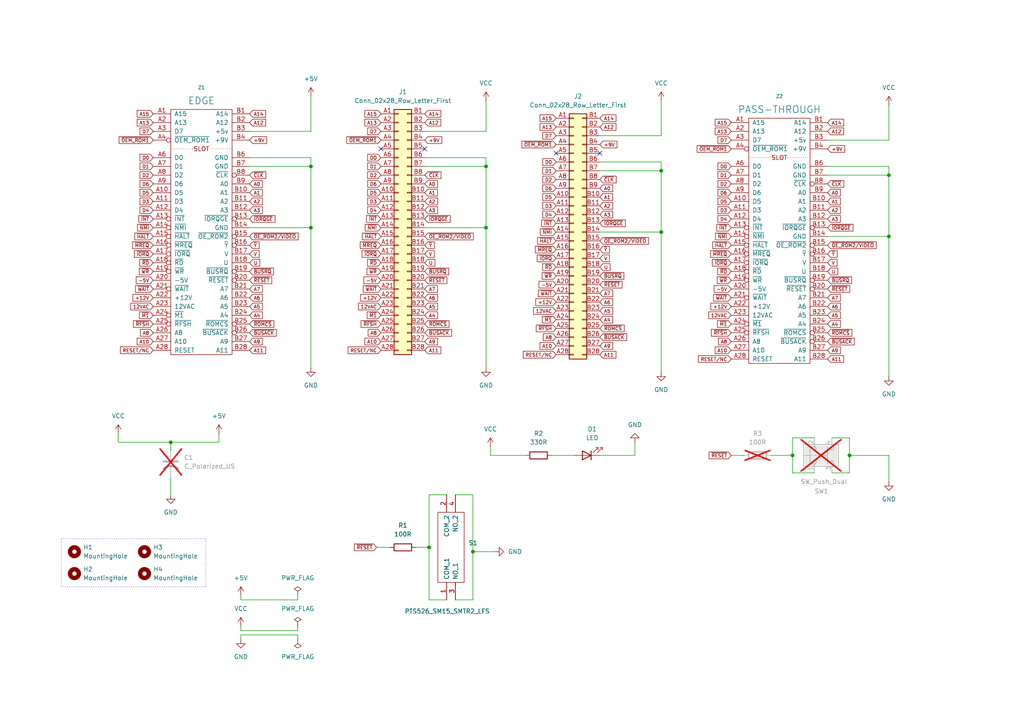
<source format=kicad_sch>
(kicad_sch (version 20231120) (generator "eeschema") (generator_version "8.0")
  (paper "A4")
  (junction (at 90.17 48.26))
  (junction (at 90.17 66.04))
  (junction (at 191.77 49.53))
  (junction (at 229.87 132.08))
  (junction (at 257.81 50.8))
  (junction (at 191.77 67.31))
  (junction (at 257.81 68.58))
  (junction (at 137.16 160.02))
  (junction (at 49.53 128.27))
  (junction (at 124.46 158.75))
  (junction (at 140.97 66.04))
  (junction (at 246.38 132.08))
  (junction (at 140.97 48.26))
  (no_connect (at 110.49 43.18))
  (no_connect (at 161.29 44.45))
  (no_connect (at 173.99 44.45))
  (no_connect (at 123.19 43.18))
  (wire (pts (xy 69.85 182.88) (xy 69.85 181.61)))
  (wire (pts (xy 246.38 127) (xy 241.3 127)))
  (wire (pts (xy 90.17 38.1) (xy 90.17 27.94)))
  (wire (pts (xy 191.77 49.53) (xy 191.77 67.31)))
  (wire (pts (xy 257.81 50.8) (xy 257.81 68.58)))
  (wire (pts (xy 229.87 132.08) (xy 229.87 127)))
  (wire (pts (xy 191.77 46.99) (xy 191.77 49.53)))
  (wire (pts (xy 142.24 132.08) (xy 152.4 132.08)))
  (wire (pts (xy 109.22 158.75) (xy 113.03 158.75)))
  (wire (pts (xy 72.39 48.26) (xy 90.17 48.26)))
  (wire (pts (xy 129.54 173.99) (xy 124.46 173.99)))
  (wire (pts (xy 49.53 138.43) (xy 49.53 143.51)))
  (wire (pts (xy 63.5 125.73) (xy 63.5 128.27)))
  (wire (pts (xy 173.99 39.37) (xy 191.77 39.37)))
  (wire (pts (xy 241.3 137.16) (xy 246.38 137.16)))
  (wire (pts (xy 132.08 173.99) (xy 137.16 173.99)))
  (wire (pts (xy 132.08 143.51) (xy 137.16 143.51)))
  (wire (pts (xy 72.39 38.1) (xy 90.17 38.1)))
  (wire (pts (xy 257.81 132.08) (xy 246.38 132.08)))
  (wire (pts (xy 140.97 45.72) (xy 140.97 48.26)))
  (wire (pts (xy 229.87 127) (xy 236.22 127)))
  (wire (pts (xy 137.16 160.02) (xy 143.51 160.02)))
  (wire (pts (xy 240.03 68.58) (xy 257.81 68.58)))
  (wire (pts (xy 124.46 143.51) (xy 129.54 143.51)))
  (wire (pts (xy 69.85 173.99) (xy 69.85 172.72)))
  (wire (pts (xy 86.36 182.88) (xy 69.85 182.88)))
  (wire (pts (xy 120.65 158.75) (xy 124.46 158.75)))
  (wire (pts (xy 90.17 45.72) (xy 90.17 48.26)))
  (wire (pts (xy 191.77 67.31) (xy 191.77 107.95)))
  (wire (pts (xy 124.46 158.75) (xy 124.46 143.51)))
  (wire (pts (xy 137.16 143.51) (xy 137.16 160.02)))
  (wire (pts (xy 86.36 172.72) (xy 86.36 173.99)))
  (wire (pts (xy 246.38 137.16) (xy 246.38 132.08)))
  (wire (pts (xy 140.97 29.21) (xy 140.97 38.1)))
  (wire (pts (xy 173.99 49.53) (xy 191.77 49.53)))
  (wire (pts (xy 34.29 125.73) (xy 34.29 128.27)))
  (wire (pts (xy 212.09 132.08) (xy 215.9 132.08)))
  (wire (pts (xy 246.38 132.08) (xy 246.38 127)))
  (wire (pts (xy 86.36 184.15) (xy 69.85 184.15)))
  (wire (pts (xy 184.15 132.08) (xy 184.15 128.27)))
  (wire (pts (xy 124.46 173.99) (xy 124.46 158.75)))
  (wire (pts (xy 123.19 66.04) (xy 140.97 66.04)))
  (wire (pts (xy 49.53 128.27) (xy 63.5 128.27)))
  (wire (pts (xy 257.81 48.26) (xy 257.81 50.8)))
  (wire (pts (xy 142.24 129.54) (xy 142.24 132.08)))
  (wire (pts (xy 69.85 184.15) (xy 69.85 185.42)))
  (wire (pts (xy 173.99 132.08) (xy 184.15 132.08)))
  (wire (pts (xy 90.17 66.04) (xy 90.17 106.68)))
  (wire (pts (xy 72.39 45.72) (xy 90.17 45.72)))
  (wire (pts (xy 257.81 139.7) (xy 257.81 132.08)))
  (wire (pts (xy 240.03 50.8) (xy 257.81 50.8)))
  (wire (pts (xy 123.19 45.72) (xy 140.97 45.72)))
  (wire (pts (xy 240.03 40.64) (xy 257.81 40.64)))
  (wire (pts (xy 140.97 48.26) (xy 140.97 66.04)))
  (wire (pts (xy 229.87 132.08) (xy 229.87 137.16)))
  (wire (pts (xy 160.02 132.08) (xy 166.37 132.08)))
  (wire (pts (xy 90.17 48.26) (xy 90.17 66.04)))
  (wire (pts (xy 173.99 67.31) (xy 191.77 67.31)))
  (wire (pts (xy 123.19 48.26) (xy 140.97 48.26)))
  (wire (pts (xy 236.22 137.16) (xy 229.87 137.16)))
  (wire (pts (xy 240.03 48.26) (xy 257.81 48.26)))
  (wire (pts (xy 137.16 160.02) (xy 137.16 173.99)))
  (wire (pts (xy 140.97 66.04) (xy 140.97 106.68)))
  (wire (pts (xy 72.39 66.04) (xy 90.17 66.04)))
  (wire (pts (xy 257.81 40.64) (xy 257.81 30.48)))
  (wire (pts (xy 223.52 132.08) (xy 229.87 132.08)))
  (wire (pts (xy 173.99 46.99) (xy 191.77 46.99)))
  (wire (pts (xy 86.36 181.61) (xy 86.36 182.88)))
  (wire (pts (xy 86.36 173.99) (xy 69.85 173.99)))
  (wire (pts (xy 123.19 38.1) (xy 140.97 38.1)))
  (wire (pts (xy 191.77 39.37) (xy 191.77 29.21)))
  (wire (pts (xy 49.53 128.27) (xy 34.29 128.27)))
  (wire (pts (xy 49.53 128.27) (xy 49.53 130.81)))
  (wire (pts (xy 257.81 68.58) (xy 257.81 109.22)))
  (wire (pts (xy 86.36 185.42) (xy 86.36 184.15)))
  (rectangle (start 17.78 156.21) (end 59.69 170.18) (stroke (width 0) (type dot)))
  (global_label "D2" (shape input) (at 110.49 50.8 180) (effects (font (size 1 1))) (property "Intersheetrefs" "${INTERSHEET_REFS}" (effects (hide yes))))
  (global_label "~{BUSRQ}" (shape input) (at 173.99 80.01 0) (effects (font (size 1 1))) (property "Intersheetrefs" "${INTERSHEET_REFS}" (effects (hide yes))))
  (global_label "D0" (shape input) (at 110.49 45.72 180) (effects (font (size 1 1))) (property "Intersheetrefs" "${INTERSHEET_REFS}" (effects (hide yes))))
  (global_label "~{WAIT}" (shape input) (at 110.49 83.82 180) (effects (font (size 1 1))) (property "Intersheetrefs" "${INTERSHEET_REFS}" (effects (hide yes))))
  (global_label "~{RFSH}" (shape input) (at 212.09 96.52 180) (effects (font (size 1 1))) (property "Intersheetrefs" "${INTERSHEET_REFS}" (effects (hide yes))))
  (global_label "D0" (shape input) (at 44.45 45.72 180) (effects (font (size 1 1))) (property "Intersheetrefs" "${INTERSHEET_REFS}" (effects (hide yes))))
  (global_label "D7" (shape input) (at 161.29 39.37 180) (effects (font (size 1 1))) (property "Intersheetrefs" "${INTERSHEET_REFS}" (effects (hide yes))))
  (global_label "U" (shape input) (at 173.99 77.47 0) (effects (font (size 1 1))) (property "Intersheetrefs" "${INTERSHEET_REFS}" (effects (hide yes))))
  (global_label "D3" (shape input) (at 44.45 58.42 180) (effects (font (size 1 1))) (property "Intersheetrefs" "${INTERSHEET_REFS}" (effects (hide yes))))
  (global_label "~{OEM_ROM1}" (shape input) (at 161.29 41.91 180) (effects (font (size 1 1))) (property "Intersheetrefs" "${INTERSHEET_REFS}" (effects (hide yes))))
  (global_label "D3" (shape input) (at 161.29 59.69 180) (effects (font (size 1 1))) (property "Intersheetrefs" "${INTERSHEET_REFS}" (effects (hide yes))))
  (global_label "D4" (shape input) (at 44.45 60.96 180) (effects (font (size 1 1))) (property "Intersheetrefs" "${INTERSHEET_REFS}" (effects (hide yes))))
  (global_label "D4" (shape input) (at 110.49 60.96 180) (effects (font (size 1 1))) (property "Intersheetrefs" "${INTERSHEET_REFS}" (effects (hide yes))))
  (global_label "A5" (shape input) (at 240.03 91.44 0) (effects (font (size 1 1))) (property "Intersheetrefs" "${INTERSHEET_REFS}" (effects (hide yes))))
  (global_label "-5V" (shape input) (at 212.09 83.82 180) (effects (font (size 1 1))) (property "Intersheetrefs" "${INTERSHEET_REFS}" (effects (hide yes))))
  (global_label "A7" (shape input) (at 173.99 85.09 0) (effects (font (size 1 1))) (property "Intersheetrefs" "${INTERSHEET_REFS}" (effects (hide yes))))
  (global_label "D7" (shape input) (at 44.45 38.1 180) (effects (font (size 1 1))) (property "Intersheetrefs" "${INTERSHEET_REFS}" (effects (hide yes))))
  (global_label "~{IORQGE}" (shape input) (at 123.19 63.5 0) (effects (font (size 1 1))) (property "Intersheetrefs" "${INTERSHEET_REFS}" (effects (hide yes))))
  (global_label "~{INT}" (shape input) (at 44.45 63.5 180) (effects (font (size 1 1))) (property "Intersheetrefs" "${INTERSHEET_REFS}" (effects (hide yes))))
  (global_label "~{INT}" (shape input) (at 212.09 66.04 180) (effects (font (size 1 1))) (property "Intersheetrefs" "${INTERSHEET_REFS}" (effects (hide yes))))
  (global_label "+12V" (shape input) (at 161.29 87.63 180) (effects (font (size 1 1))) (property "Intersheetrefs" "${INTERSHEET_REFS}" (effects (hide yes))))
  (global_label "~{ROMCS}" (shape input) (at 240.03 96.52 0) (effects (font (size 1 1))) (property "Intersheetrefs" "${INTERSHEET_REFS}" (effects (hide yes))))
  (global_label "A8" (shape input) (at 161.29 97.79 180) (effects (font (size 1 1))) (property "Intersheetrefs" "${INTERSHEET_REFS}" (effects (hide yes))))
  (global_label "~{INT}" (shape input) (at 110.49 63.5 180) (effects (font (size 1 1))) (property "Intersheetrefs" "${INTERSHEET_REFS}" (effects (hide yes))))
  (global_label "~{RFSH}" (shape input) (at 161.29 95.25 180) (effects (font (size 1 1))) (property "Intersheetrefs" "${INTERSHEET_REFS}" (effects (hide yes))))
  (global_label "A9" (shape input) (at 72.39 99.06 0) (effects (font (size 1 1))) (property "Intersheetrefs" "${INTERSHEET_REFS}" (effects (hide yes))))
  (global_label "~{MREQ}" (shape input) (at 110.49 71.12 180) (effects (font (size 1 1))) (property "Intersheetrefs" "${INTERSHEET_REFS}" (effects (hide yes))))
  (global_label "D2" (shape input) (at 44.45 50.8 180) (effects (font (size 1 1))) (property "Intersheetrefs" "${INTERSHEET_REFS}" (effects (hide yes))))
  (global_label "D6" (shape input) (at 44.45 53.34 180) (effects (font (size 1 1))) (property "Intersheetrefs" "${INTERSHEET_REFS}" (effects (hide yes))))
  (global_label "U" (shape input) (at 123.19 76.2 0) (effects (font (size 1 1))) (property "Intersheetrefs" "${INTERSHEET_REFS}" (effects (hide yes))))
  (global_label "V" (shape input) (at 72.39 73.66 0) (effects (font (size 1 1))) (property "Intersheetrefs" "${INTERSHEET_REFS}" (effects (hide yes))))
  (global_label "A7" (shape input) (at 123.19 83.82 0) (effects (font (size 1 1))) (property "Intersheetrefs" "${INTERSHEET_REFS}" (effects (hide yes))))
  (global_label "RESET{slash}NC" (shape input) (at 110.49 101.6 180) (effects (font (size 1 1))) (property "Intersheetrefs" "${INTERSHEET_REFS}" (effects (hide yes))))
  (global_label "~{ROMCS}" (shape input) (at 123.19 93.98 0) (effects (font (size 1 1))) (property "Intersheetrefs" "${INTERSHEET_REFS}" (effects (hide yes))))
  (global_label "A13" (shape input) (at 110.49 35.56 180) (effects (font (size 1 1))) (property "Intersheetrefs" "${INTERSHEET_REFS}" (effects (hide yes))))
  (global_label "~{INT}" (shape input) (at 161.29 64.77 180) (effects (font (size 1 1))) (property "Intersheetrefs" "${INTERSHEET_REFS}" (effects (hide yes))))
  (global_label "12VAC" (shape input) (at 110.49 88.9 180) (effects (font (size 1 1))) (property "Intersheetrefs" "${INTERSHEET_REFS}" (effects (hide yes))))
  (global_label "A15" (shape input) (at 44.45 33.02 180) (effects (font (size 1 1))) (property "Intersheetrefs" "${INTERSHEET_REFS}" (effects (hide yes))))
  (global_label "~{IORQGE}" (shape input) (at 173.99 64.77 0) (effects (font (size 1 1))) (property "Intersheetrefs" "${INTERSHEET_REFS}" (effects (hide yes))))
  (global_label "~{OEM_ROM1}" (shape input) (at 44.45 40.64 180) (effects (font (size 1 1))) (property "Intersheetrefs" "${INTERSHEET_REFS}" (effects (hide yes))))
  (global_label "A10" (shape input) (at 212.09 101.6 180) (effects (font (size 1 1))) (property "Intersheetrefs" "${INTERSHEET_REFS}" (effects (hide yes))))
  (global_label "~{RESET}" (shape input) (at 72.39 81.28 0) (effects (font (size 1 1))) (property "Intersheetrefs" "${INTERSHEET_REFS}" (effects (hide yes))))
  (global_label "~{Y}" (shape input) (at 173.99 72.39 0) (effects (font (size 1 1))) (property "Intersheetrefs" "${INTERSHEET_REFS}" (effects (hide yes))))
  (global_label "D5" (shape input) (at 212.09 58.42 180) (effects (font (size 1 1))) (property "Intersheetrefs" "${INTERSHEET_REFS}" (effects (hide yes))))
  (global_label "~{OEM_ROM1}" (shape input) (at 212.09 43.18 180) (effects (font (size 1 1))) (property "Intersheetrefs" "${INTERSHEET_REFS}" (effects (hide yes))))
  (global_label "A5" (shape input) (at 173.99 90.17 0) (effects (font (size 1 1))) (property "Intersheetrefs" "${INTERSHEET_REFS}" (effects (hide yes))))
  (global_label "D4" (shape input) (at 212.09 63.5 180) (effects (font (size 1 1))) (property "Intersheetrefs" "${INTERSHEET_REFS}" (effects (hide yes))))
  (global_label "U" (shape input) (at 72.39 76.2 0) (effects (font (size 1 1))) (property "Intersheetrefs" "${INTERSHEET_REFS}" (effects (hide yes))))
  (global_label "~{OE_ROM2{slash}VIDEO}" (shape input) (at 123.19 68.58 0) (effects (font (size 1 1))) (property "Intersheetrefs" "${INTERSHEET_REFS}" (effects (hide yes))))
  (global_label "~{ROMCS}" (shape input) (at 173.99 95.25 0) (effects (font (size 1 1))) (property "Intersheetrefs" "${INTERSHEET_REFS}" (effects (hide yes))))
  (global_label "A11" (shape input) (at 123.19 101.6 0) (effects (font (size 1 1))) (property "Intersheetrefs" "${INTERSHEET_REFS}" (effects (hide yes))))
  (global_label "A10" (shape input) (at 110.49 99.06 180) (effects (font (size 1 1))) (property "Intersheetrefs" "${INTERSHEET_REFS}" (effects (hide yes))))
  (global_label "~{WR}" (shape input) (at 44.45 78.74 180) (effects (font (size 1 1))) (property "Intersheetrefs" "${INTERSHEET_REFS}" (effects (hide yes))))
  (global_label "~{RESET}" (shape input) (at 212.09 132.08 180) (effects (font (size 1 1))) (property "Intersheetrefs" "${INTERSHEET_REFS}" (effects (hide yes))))
  (global_label "A12" (shape input) (at 123.19 35.56 0) (effects (font (size 1 1))) (property "Intersheetrefs" "${INTERSHEET_REFS}" (effects (hide yes))))
  (global_label "+12V" (shape input) (at 44.45 86.36 180) (effects (font (size 1 1))) (property "Intersheetrefs" "${INTERSHEET_REFS}" (effects (hide yes))))
  (global_label "A4" (shape input) (at 240.03 93.98 0) (effects (font (size 1 1))) (property "Intersheetrefs" "${INTERSHEET_REFS}" (effects (hide yes))))
  (global_label "D3" (shape input) (at 212.09 60.96 180) (effects (font (size 1 1))) (property "Intersheetrefs" "${INTERSHEET_REFS}" (effects (hide yes))))
  (global_label "V" (shape input) (at 173.99 74.93 0) (effects (font (size 1 1))) (property "Intersheetrefs" "${INTERSHEET_REFS}" (effects (hide yes))))
  (global_label "~{Y}" (shape input) (at 72.39 71.12 0) (effects (font (size 1 1))) (property "Intersheetrefs" "${INTERSHEET_REFS}" (effects (hide yes))))
  (global_label "A3" (shape input) (at 72.39 60.96 0) (effects (font (size 1 1))) (property "Intersheetrefs" "${INTERSHEET_REFS}" (effects (hide yes))))
  (global_label "D3" (shape input) (at 110.49 58.42 180) (effects (font (size 1 1))) (property "Intersheetrefs" "${INTERSHEET_REFS}" (effects (hide yes))))
  (global_label "-5V" (shape input) (at 161.29 82.55 180) (effects (font (size 1 1))) (property "Intersheetrefs" "${INTERSHEET_REFS}" (effects (hide yes))))
  (global_label "~{M1}" (shape input) (at 44.45 91.44 180) (effects (font (size 1 1))) (property "Intersheetrefs" "${INTERSHEET_REFS}" (effects (hide yes))))
  (global_label "D0" (shape input) (at 161.29 46.99 180) (effects (font (size 1 1))) (property "Intersheetrefs" "${INTERSHEET_REFS}" (effects (hide yes))))
  (global_label "D2" (shape input) (at 161.29 52.07 180) (effects (font (size 1 1))) (property "Intersheetrefs" "${INTERSHEET_REFS}" (effects (hide yes))))
  (global_label "D5" (shape input) (at 44.45 55.88 180) (effects (font (size 1 1))) (property "Intersheetrefs" "${INTERSHEET_REFS}" (effects (hide yes))))
  (global_label "A12" (shape input) (at 72.39 35.56 0) (effects (font (size 1 1))) (property "Intersheetrefs" "${INTERSHEET_REFS}" (effects (hide yes))))
  (global_label "A12" (shape input) (at 173.99 36.83 0) (effects (font (size 1 1))) (property "Intersheetrefs" "${INTERSHEET_REFS}" (effects (hide yes))))
  (global_label "D1" (shape input) (at 110.49 48.26 180) (effects (font (size 1 1))) (property "Intersheetrefs" "${INTERSHEET_REFS}" (effects (hide yes))))
  (global_label "A3" (shape input) (at 123.19 60.96 0) (effects (font (size 1 1))) (property "Intersheetrefs" "${INTERSHEET_REFS}" (effects (hide yes))))
  (global_label "~{M1}" (shape input) (at 110.49 91.44 180) (effects (font (size 1 1))) (property "Intersheetrefs" "${INTERSHEET_REFS}" (effects (hide yes))))
  (global_label "~{HALT}" (shape input) (at 212.09 71.12 180) (effects (font (size 1 1))) (property "Intersheetrefs" "${INTERSHEET_REFS}" (effects (hide yes))))
  (global_label "A0" (shape input) (at 72.39 53.34 0) (effects (font (size 1 1))) (property "Intersheetrefs" "${INTERSHEET_REFS}" (effects (hide yes))))
  (global_label "~{IORQ}" (shape input) (at 161.29 74.93 180) (effects (font (size 1 1))) (property "Intersheetrefs" "${INTERSHEET_REFS}" (effects (hide yes))))
  (global_label "~{BUSACK}" (shape input) (at 240.03 99.06 0) (effects (font (size 1 1))) (property "Intersheetrefs" "${INTERSHEET_REFS}" (effects (hide yes))))
  (global_label "D6" (shape input) (at 161.29 54.61 180) (effects (font (size 1 1))) (property "Intersheetrefs" "${INTERSHEET_REFS}" (effects (hide yes))))
  (global_label "12VAC" (shape input) (at 44.45 88.9 180) (effects (font (size 1 1))) (property "Intersheetrefs" "${INTERSHEET_REFS}" (effects (hide yes))))
  (global_label "A14" (shape input) (at 123.19 33.02 0) (effects (font (size 1 1))) (property "Intersheetrefs" "${INTERSHEET_REFS}" (effects (hide yes))))
  (global_label "~{HALT}" (shape input) (at 110.49 68.58 180) (effects (font (size 1 1))) (property "Intersheetrefs" "${INTERSHEET_REFS}" (effects (hide yes))))
  (global_label "~{MREQ}" (shape input) (at 44.45 71.12 180) (effects (font (size 1 1))) (property "Intersheetrefs" "${INTERSHEET_REFS}" (effects (hide yes))))
  (global_label "~{CLK}" (shape input) (at 123.19 50.8 0) (effects (font (size 1 1))) (property "Intersheetrefs" "${INTERSHEET_REFS}" (effects (hide yes))))
  (global_label "A6" (shape input) (at 240.03 88.9 0) (effects (font (size 1 1))) (property "Intersheetrefs" "${INTERSHEET_REFS}" (effects (hide yes))))
  (global_label "~{OEM_ROM1}" (shape input) (at 110.49 40.64 180) (effects (font (size 1 1))) (property "Intersheetrefs" "${INTERSHEET_REFS}" (effects (hide yes))))
  (global_label "A9" (shape input) (at 173.99 100.33 0) (effects (font (size 1 1))) (property "Intersheetrefs" "${INTERSHEET_REFS}" (effects (hide yes))))
  (global_label "A4" (shape input) (at 72.39 91.44 0) (effects (font (size 1 1))) (property "Intersheetrefs" "${INTERSHEET_REFS}" (effects (hide yes))))
  (global_label "U" (shape input) (at 240.03 78.74 0) (effects (font (size 1 1))) (property "Intersheetrefs" "${INTERSHEET_REFS}" (effects (hide yes))))
  (global_label "A3" (shape input) (at 173.99 62.23 0) (effects (font (size 1 1))) (property "Intersheetrefs" "${INTERSHEET_REFS}" (effects (hide yes))))
  (global_label "A6" (shape input) (at 173.99 87.63 0) (effects (font (size 1 1))) (property "Intersheetrefs" "${INTERSHEET_REFS}" (effects (hide yes))))
  (global_label "D6" (shape input) (at 110.49 53.34 180) (effects (font (size 1 1))) (property "Intersheetrefs" "${INTERSHEET_REFS}" (effects (hide yes))))
  (global_label "D1" (shape input) (at 161.29 49.53 180) (effects (font (size 1 1))) (property "Intersheetrefs" "${INTERSHEET_REFS}" (effects (hide yes))))
  (global_label "RESET{slash}NC" (shape input) (at 212.09 104.14 180) (effects (font (size 1 1))) (property "Intersheetrefs" "${INTERSHEET_REFS}" (effects (hide yes))))
  (global_label "~{RD}" (shape input) (at 44.45 76.2 180) (effects (font (size 1 1))) (property "Intersheetrefs" "${INTERSHEET_REFS}" (effects (hide yes))))
  (global_label "A3" (shape input) (at 240.03 63.5 0) (effects (font (size 1 1))) (property "Intersheetrefs" "${INTERSHEET_REFS}" (effects (hide yes))))
  (global_label "A9" (shape input) (at 240.03 101.6 0) (effects (font (size 1 1))) (property "Intersheetrefs" "${INTERSHEET_REFS}" (effects (hide yes))))
  (global_label "A11" (shape input) (at 72.39 101.6 0) (effects (font (size 1 1))) (property "Intersheetrefs" "${INTERSHEET_REFS}" (effects (hide yes))))
  (global_label "~{NMI}" (shape input) (at 212.09 68.58 180) (effects (font (size 1 1))) (property "Intersheetrefs" "${INTERSHEET_REFS}" (effects (hide yes))))
  (global_label "-5V" (shape input) (at 110.49 81.28 180) (effects (font (size 1 1))) (property "Intersheetrefs" "${INTERSHEET_REFS}" (effects (hide yes))))
  (global_label "A8" (shape input) (at 44.45 96.52 180) (effects (font (size 1 1))) (property "Intersheetrefs" "${INTERSHEET_REFS}" (effects (hide yes))))
  (global_label "~{Y}" (shape input) (at 123.19 71.12 0) (effects (font (size 1 1))) (property "Intersheetrefs" "${INTERSHEET_REFS}" (effects (hide yes))))
  (global_label "A6" (shape input) (at 123.19 86.36 0) (effects (font (size 1 1))) (property "Intersheetrefs" "${INTERSHEET_REFS}" (effects (hide yes))))
  (global_label "~{RFSH}" (shape input) (at 110.49 93.98 180) (effects (font (size 1 1))) (property "Intersheetrefs" "${INTERSHEET_REFS}" (effects (hide yes))))
  (global_label "A10" (shape input) (at 44.45 99.06 180) (effects (font (size 1 1))) (property "Intersheetrefs" "${INTERSHEET_REFS}" (effects (hide yes))))
  (global_label "D7" (shape input) (at 110.49 38.1 180) (effects (font (size 1 1))) (property "Intersheetrefs" "${INTERSHEET_REFS}" (effects (hide yes))))
  (global_label "~{CLK}" (shape input) (at 72.39 50.8 0) (effects (font (size 1 1))) (property "Intersheetrefs" "${INTERSHEET_REFS}" (effects (hide yes))))
  (global_label "A9" (shape input) (at 123.19 99.06 0) (effects (font (size 1 1))) (property "Intersheetrefs" "${INTERSHEET_REFS}" (effects (hide yes))))
  (global_label "~{MREQ}" (shape input) (at 161.29 72.39 180) (effects (font (size 1 1))) (property "Intersheetrefs" "${INTERSHEET_REFS}" (effects (hide yes))))
  (global_label "A6" (shape input) (at 72.39 86.36 0) (effects (font (size 1 1))) (property "Intersheetrefs" "${INTERSHEET_REFS}" (effects (hide yes))))
  (global_label "~{CLK}" (shape input) (at 173.99 52.07 0) (effects (font (size 1 1))) (property "Intersheetrefs" "${INTERSHEET_REFS}" (effects (hide yes))))
  (global_label "A0" (shape input) (at 123.19 53.34 0) (effects (font (size 1 1))) (property "Intersheetrefs" "${INTERSHEET_REFS}" (effects (hide yes))))
  (global_label "A2" (shape input) (at 72.39 58.42 0) (effects (font (size 1 1))) (property "Intersheetrefs" "${INTERSHEET_REFS}" (effects (hide yes))))
  (global_label "A5" (shape input) (at 72.39 88.9 0) (effects (font (size 1 1))) (property "Intersheetrefs" "${INTERSHEET_REFS}" (effects (hide yes))))
  (global_label "~{WAIT}" (shape input) (at 44.45 83.82 180) (effects (font (size 1 1))) (property "Intersheetrefs" "${INTERSHEET_REFS}" (effects (hide yes))))
  (global_label "A13" (shape input) (at 212.09 38.1 180) (effects (font (size 1 1))) (property "Intersheetrefs" "${INTERSHEET_REFS}" (effects (hide yes))))
  (global_label "+9V" (shape input) (at 240.03 43.18 0) (effects (font (size 1 1))) (property "Intersheetrefs" "${INTERSHEET_REFS}" (effects (hide yes))))
  (global_label "~{RESET}" (shape input) (at 123.19 81.28 0) (effects (font (size 1 1))) (property "Intersheetrefs" "${INTERSHEET_REFS}" (effects (hide yes))))
  (global_label "~{HALT}" (shape input) (at 44.45 68.58 180) (effects (font (size 1 1))) (property "Intersheetrefs" "${INTERSHEET_REFS}" (effects (hide yes))))
  (global_label "D7" (shape input) (at 212.09 40.64 180) (effects (font (size 1 1))) (property "Intersheetrefs" "${INTERSHEET_REFS}" (effects (hide yes))))
  (global_label "~{IORQ}" (shape input) (at 44.45 73.66 180) (effects (font (size 1 1))) (property "Intersheetrefs" "${INTERSHEET_REFS}" (effects (hide yes))))
  (global_label "~{BUSRQ}" (shape input) (at 72.39 78.74 0) (effects (font (size 1 1))) (property "Intersheetrefs" "${INTERSHEET_REFS}" (effects (hide yes))))
  (global_label "A13" (shape input) (at 161.29 36.83 180) (effects (font (size 1 1))) (property "Intersheetrefs" "${INTERSHEET_REFS}" (effects (hide yes))))
  (global_label "A2" (shape input) (at 123.19 58.42 0) (effects (font (size 1 1))) (property "Intersheetrefs" "${INTERSHEET_REFS}" (effects (hide yes))))
  (global_label "V" (shape input) (at 240.03 76.2 0) (effects (font (size 1 1))) (property "Intersheetrefs" "${INTERSHEET_REFS}" (effects (hide yes))))
  (global_label "A1" (shape input) (at 173.99 57.15 0) (effects (font (size 1 1))) (property "Intersheetrefs" "${INTERSHEET_REFS}" (effects (hide yes))))
  (global_label "~{HALT}" (shape input) (at 161.29 69.85 180) (effects (font (size 1 1))) (property "Intersheetrefs" "${INTERSHEET_REFS}" (effects (hide yes))))
  (global_label "~{OE_ROM2{slash}VIDEO}" (shape input) (at 240.03 71.12 0) (effects (font (size 1 1))) (property "Intersheetrefs" "${INTERSHEET_REFS}" (effects (hide yes))))
  (global_label "~{M1}" (shape input) (at 212.09 93.98 180) (effects (font (size 1 1))) (property "Intersheetrefs" "${INTERSHEET_REFS}" (effects (hide yes))))
  (global_label "A10" (shape input) (at 161.29 100.33 180) (effects (font (size 1 1))) (property "Intersheetrefs" "${INTERSHEET_REFS}" (effects (hide yes))))
  (global_label "D5" (shape input) (at 161.29 57.15 180) (effects (font (size 1 1))) (property "Intersheetrefs" "${INTERSHEET_REFS}" (effects (hide yes))))
  (global_label "~{RD}" (shape input) (at 161.29 77.47 180) (effects (font (size 1 1))) (property "Intersheetrefs" "${INTERSHEET_REFS}" (effects (hide yes))))
  (global_label "A4" (shape input) (at 173.99 92.71 0) (effects (font (size 1 1))) (property "Intersheetrefs" "${INTERSHEET_REFS}" (effects (hide yes))))
  (global_label "A11" (shape input) (at 240.03 104.14 0) (effects (font (size 1 1))) (property "Intersheetrefs" "${INTERSHEET_REFS}" (effects (hide yes))))
  (global_label "A1" (shape input) (at 240.03 58.42 0) (effects (font (size 1 1))) (property "Intersheetrefs" "${INTERSHEET_REFS}" (effects (hide yes))))
  (global_label "~{Y}" (shape input) (at 240.03 73.66 0) (effects (font (size 1 1))) (property "Intersheetrefs" "${INTERSHEET_REFS}" (effects (hide yes))))
  (global_label "A15" (shape input) (at 161.29 34.29 180) (effects (font (size 1 1))) (property "Intersheetrefs" "${INTERSHEET_REFS}" (effects (hide yes))))
  (global_label "12VAC" (shape input) (at 161.29 90.17 180) (effects (font (size 1 1))) (property "Intersheetrefs" "${INTERSHEET_REFS}" (effects (hide yes))))
  (global_label "~{NMI}" (shape input) (at 110.49 66.04 180) (effects (font (size 1 1))) (property "Intersheetrefs" "${INTERSHEET_REFS}" (effects (hide yes))))
  (global_label "A14" (shape input) (at 173.99 34.29 0) (effects (font (size 1 1))) (property "Intersheetrefs" "${INTERSHEET_REFS}" (effects (hide yes))))
  (global_label "-5V" (shape input) (at 44.45 81.28 180) (effects (font (size 1 1))) (property "Intersheetrefs" "${INTERSHEET_REFS}" (effects (hide yes))))
  (global_label "~{WR}" (shape input) (at 110.49 78.74 180) (effects (font (size 1 1))) (property "Intersheetrefs" "${INTERSHEET_REFS}" (effects (hide yes))))
  (global_label "RESET{slash}NC" (shape input) (at 161.29 102.87 180) (effects (font (size 1 1))) (property "Intersheetrefs" "${INTERSHEET_REFS}" (effects (hide yes))))
  (global_label "D2" (shape input) (at 212.09 53.34 180) (effects (font (size 1 1))) (property "Intersheetrefs" "${INTERSHEET_REFS}" (effects (hide yes))))
  (global_label "12VAC" (shape input) (at 212.09 91.44 180) (effects (font (size 1 1))) (property "Intersheetrefs" "${INTERSHEET_REFS}" (effects (hide yes))))
  (global_label "~{ROMCS}" (shape input) (at 72.39 93.98 0) (effects (font (size 1 1))) (property "Intersheetrefs" "${INTERSHEET_REFS}" (effects (hide yes))))
  (global_label "A13" (shape input) (at 44.45 35.56 180) (effects (font (size 1 1))) (property "Intersheetrefs" "${INTERSHEET_REFS}" (effects (hide yes))))
  (global_label "A2" (shape input) (at 240.03 60.96 0) (effects (font (size 1 1))) (property "Intersheetrefs" "${INTERSHEET_REFS}" (effects (hide yes))))
  (global_label "A8" (shape input) (at 212.09 99.06 180) (effects (font (size 1 1))) (property "Intersheetrefs" "${INTERSHEET_REFS}" (effects (hide yes))))
  (global_label "~{RD}" (shape input) (at 110.49 76.2 180) (effects (font (size 1 1))) (property "Intersheetrefs" "${INTERSHEET_REFS}" (effects (hide yes))))
  (global_label "~{WAIT}" (shape input) (at 161.29 85.09 180) (effects (font (size 1 1))) (property "Intersheetrefs" "${INTERSHEET_REFS}" (effects (hide yes))))
  (global_label "~{BUSRQ}" (shape input) (at 240.03 81.28 0) (effects (font (size 1 1))) (property "Intersheetrefs" "${INTERSHEET_REFS}" (effects (hide yes))))
  (global_label "D0" (shape input) (at 212.09 48.26 180) (effects (font (size 1 1))) (property "Intersheetrefs" "${INTERSHEET_REFS}" (effects (hide yes))))
  (global_label "A7" (shape input) (at 72.39 83.82 0) (effects (font (size 1 1))) (property "Intersheetrefs" "${INTERSHEET_REFS}" (effects (hide yes))))
  (global_label "~{IORQGE}" (shape input) (at 72.39 63.5 0) (effects (font (size 1 1))) (property "Intersheetrefs" "${INTERSHEET_REFS}" (effects (hide yes))))
  (global_label "A8" (shape input) (at 110.49 96.52 180) (effects (font (size 1 1))) (property "Intersheetrefs" "${INTERSHEET_REFS}" (effects (hide yes))))
  (global_label "~{NMI}" (shape input) (at 161.29 67.31 180) (effects (font (size 1 1))) (property "Intersheetrefs" "${INTERSHEET_REFS}" (effects (hide yes))))
  (global_label "~{MREQ}" (shape input) (at 212.09 73.66 180) (effects (font (size 1 1))) (property "Intersheetrefs" "${INTERSHEET_REFS}" (effects (hide yes))))
  (global_label "A14" (shape input) (at 240.03 35.56 0) (effects (font (size 1 1))) (property "Intersheetrefs" "${INTERSHEET_REFS}" (effects (hide yes))))
  (global_label "A2" (shape input) (at 173.99 59.69 0) (effects (font (size 1 1))) (property "Intersheetrefs" "${INTERSHEET_REFS}" (effects (hide yes))))
  (global_label "~{BUSACK}" (shape input) (at 123.19 96.52 0) (effects (font (size 1 1))) (property "Intersheetrefs" "${INTERSHEET_REFS}" (effects (hide yes))))
  (global_label "D5" (shape input) (at 110.49 55.88 180) (effects (font (size 1 1))) (property "Intersheetrefs" "${INTERSHEET_REFS}" (effects (hide yes))))
  (global_label "A7" (shape input) (at 240.03 86.36 0) (effects (font (size 1 1))) (property "Intersheetrefs" "${INTERSHEET_REFS}" (effects (hide yes))))
  (global_label "D1" (shape input) (at 44.45 48.26 180) (effects (font (size 1 1))) (property "Intersheetrefs" "${INTERSHEET_REFS}" (effects (hide yes))))
  (global_label "~{CLK}" (shape input) (at 240.03 53.34 0) (effects (font (size 1 1))) (property "Intersheetrefs" "${INTERSHEET_REFS}" (effects (hide yes))))
  (global_label "+9V" (shape input) (at 123.19 40.64 0) (effects (font (size 1 1))) (property "Intersheetrefs" "${INTERSHEET_REFS}" (effects (hide yes))))
  (global_label "~{IORQ}" (shape input) (at 110.49 73.66 180) (effects (font (size 1 1))) (property "Intersheetrefs" "${INTERSHEET_REFS}" (effects (hide yes))))
  (global_label "V" (shape input) (at 123.19 73.66 0) (effects (font (size 1 1))) (property "Intersheetrefs" "${INTERSHEET_REFS}" (effects (hide yes))))
  (global_label "A0" (shape input) (at 240.03 55.88 0) (effects (font (size 1 1))) (property "Intersheetrefs" "${INTERSHEET_REFS}" (effects (hide yes))))
  (global_label "~{RESET}" (shape input) (at 240.03 83.82 0) (effects (font (size 1 1))) (property "Intersheetrefs" "${INTERSHEET_REFS}" (effects (hide yes))))
  (global_label "A15" (shape input) (at 110.49 33.02 180) (effects (font (size 1 1))) (property "Intersheetrefs" "${INTERSHEET_REFS}" (effects (hide yes))))
  (global_label "D6" (shape input) (at 212.09 55.88 180) (effects (font (size 1 1))) (property "Intersheetrefs" "${INTERSHEET_REFS}" (effects (hide yes))))
  (global_label "~{OE_ROM2{slash}VIDEO}" (shape input) (at 173.99 69.85 0) (effects (font (size 1 1))) (property "Intersheetrefs" "${INTERSHEET_REFS}" (effects (hide yes))))
  (global_label "A15" (shape input) (at 212.09 35.56 180) (effects (font (size 1 1))) (property "Intersheetrefs" "${INTERSHEET_REFS}" (effects (hide yes))))
  (global_label "D4" (shape input) (at 161.29 62.23 180) (effects (font (size 1 1))) (property "Intersheetrefs" "${INTERSHEET_REFS}" (effects (hide yes))))
  (global_label "~{RESET}" (shape input) (at 173.99 82.55 0) (effects (font (size 1 1))) (property "Intersheetrefs" "${INTERSHEET_REFS}" (effects (hide yes))))
  (global_label "+9V" (shape input) (at 72.39 40.64 0) (effects (font (size 1 1))) (property "Intersheetrefs" "${INTERSHEET_REFS}" (effects (hide yes))))
  (global_label "+12V" (shape input) (at 110.49 86.36 180) (effects (font (size 1 1))) (property "Intersheetrefs" "${INTERSHEET_REFS}" (effects (hide yes))))
  (global_label "~{M1}" (shape input) (at 161.29 92.71 180) (effects (font (size 1 1))) (property "Intersheetrefs" "${INTERSHEET_REFS}" (effects (hide yes))))
  (global_label "+12V" (shape input) (at 212.09 88.9 180) (effects (font (size 1 1))) (property "Intersheetrefs" "${INTERSHEET_REFS}" (effects (hide yes))))
  (global_label "A11" (shape input) (at 173.99 102.87 0) (effects (font (size 1 1))) (property "Intersheetrefs" "${INTERSHEET_REFS}" (effects (hide yes))))
  (global_label "A12" (shape input) (at 240.03 38.1 0) (effects (font (size 1 1))) (property "Intersheetrefs" "${INTERSHEET_REFS}" (effects (hide yes))))
  (global_label "~{RD}" (shape input) (at 212.09 78.74 180) (effects (font (size 1 1))) (property "Intersheetrefs" "${INTERSHEET_REFS}" (effects (hide yes))))
  (global_label "~{BUSACK}" (shape input) (at 72.39 96.52 0) (effects (font (size 1 1))) (property "Intersheetrefs" "${INTERSHEET_REFS}" (effects (hide yes))))
  (global_label "~{IORQGE}" (shape input) (at 240.03 66.04 0) (effects (font (size 1 1))) (property "Intersheetrefs" "${INTERSHEET_REFS}" (effects (hide yes))))
  (global_label "~{BUSRQ}" (shape input) (at 123.19 78.74 0) (effects (font (size 1 1))) (property "Intersheetrefs" "${INTERSHEET_REFS}" (effects (hide yes))))
  (global_label "D1" (shape input) (at 212.09 50.8 180) (effects (font (size 1 1))) (property "Intersheetrefs" "${INTERSHEET_REFS}" (effects (hide yes))))
  (global_label "A1" (shape input) (at 123.19 55.88 0) (effects (font (size 1 1))) (property "Intersheetrefs" "${INTERSHEET_REFS}" (effects (hide yes))))
  (global_label "A5" (shape input) (at 123.19 88.9 0) (effects (font (size 1 1))) (property "Intersheetrefs" "${INTERSHEET_REFS}" (effects (hide yes))))
  (global_label "~{BUSACK}" (shape input) (at 173.99 97.79 0) (effects (font (size 1 1))) (property "Intersheetrefs" "${INTERSHEET_REFS}" (effects (hide yes))))
  (global_label "~{WR}" (shape input) (at 161.29 80.01 180) (effects (font (size 1 1))) (property "Intersheetrefs" "${INTERSHEET_REFS}" (effects (hide yes))))
  (global_label "~{OE_ROM2{slash}VIDEO}" (shape input) (at 72.39 68.58 0) (effects (font (size 1 1))) (property "Intersheetrefs" "${INTERSHEET_REFS}" (effects (hide yes))))
  (global_label "RESET{slash}NC" (shape input) (at 44.45 101.6 180) (effects (font (size 1 1))) (property "Intersheetrefs" "${INTERSHEET_REFS}" (effects (hide yes))))
  (global_label "~{NMI}" (shape input) (at 44.45 66.04 180) (effects (font (size 1 1))) (property "Intersheetrefs" "${INTERSHEET_REFS}" (effects (hide yes))))
  (global_label "A4" (shape input) (at 123.19 91.44 0) (effects (font (size 1 1))) (property "Intersheetrefs" "${INTERSHEET_REFS}" (effects (hide yes))))
  (global_label "+9V" (shape input) (at 173.99 41.91 0) (effects (font (size 1 1))) (property "Intersheetrefs" "${INTERSHEET_REFS}" (effects (hide yes))))
  (global_label "~{IORQ}" (shape input) (at 212.09 76.2 180) (effects (font (size 1 1))) (property "Intersheetrefs" "${INTERSHEET_REFS}" (effects (hide yes))))
  (global_label "A0" (shape input) (at 173.99 54.61 0) (effects (font (size 1 1))) (property "Intersheetrefs" "${INTERSHEET_REFS}" (effects (hide yes))))
  (global_label "~{RESET}" (shape input) (at 109.22 158.75 180) (effects (font (size 1 1))) (property "Intersheetrefs" "${INTERSHEET_REFS}" (effects (hide yes))))
  (global_label "~{WAIT}" (shape input) (at 212.09 86.36 180) (effects (font (size 1 1))) (property "Intersheetrefs" "${INTERSHEET_REFS}" (effects (hide yes))))
  (global_label "~{WR}" (shape input) (at 212.09 81.28 180) (effects (font (size 1 1))) (property "Intersheetrefs" "${INTERSHEET_REFS}" (effects (hide yes))))
  (global_label "A14" (shape input) (at 72.39 33.02 0) (effects (font (size 1 1))) (property "Intersheetrefs" "${INTERSHEET_REFS}" (effects (hide yes))))
  (global_label "~{RFSH}" (shape input) (at 44.45 93.98 180) (effects (font (size 1 1))) (property "Intersheetrefs" "${INTERSHEET_REFS}" (effects (hide yes))))
  (global_label "A1" (shape input) (at 72.39 55.88 0) (effects (font (size 1 1))) (property "Intersheetrefs" "${INTERSHEET_REFS}" (effects (hide yes))))
  (symbol (lib_name "+5V_1") (lib_id "power:+5V") (at 63.5 125.73 0) (unit 1)
    (property "Reference" "#PWR016" (effects (hide yes)))
    (property "Value" "+5V" (at 63.5 120.65 0))
    (property "Description" "Power symbol creates a global label with name \"+5V\"" (effects (hide yes)))
  )
  (symbol (lib_id "Mechanical:MountingHole") (at 41.91 160.02 0) (unit 1)
    (property "Reference" "H3" (at 44.45 158.75 0) (effects (justify left)))
    (property "Value" "MountingHole" (at 44.45 161.29 0) (effects (justify left)))
    (property "Footprint" "MountingHole:MountingHole_3.2mm_M3" (effects (hide yes)))
  )
  (symbol (lib_id "My Symbols_Sinclair:ZX_Spectrum,_Bus_Connector") (at 166.37 67.31 0) (unit 1)
    (property "Reference" "J2" (at 167.64 27.94 0))
    (property "Value" "Conn_02x28_Row_Letter_First" (at 167.64 30.48 0))
    (property "Footprint" "My Footprint Library, Sinclair:ZX Bus Socket" (effects (hide yes)))
  )
  (symbol (lib_id "power:+5V") (at 90.17 27.94 0) (unit 1)
    (property "Reference" "#PWR01" (effects (hide yes)))
    (property "Value" "+5V" (at 90.17 22.86 0))
  )
  (symbol (lib_name "VCC_1") (lib_id "power:VCC") (at 140.97 29.21 0) (unit 1)
    (property "Reference" "#PWR012" (effects (hide yes)))
    (property "Value" "VCC" (at 140.97 24.13 0))
    (property "Description" "Power symbol creates a global label with name \"VCC\"" (effects (hide yes)))
  )
  (symbol (lib_id "My Symbols:PTS526_SM15_SMTR2_LFS") (at 129.54 173.99 90) (unit 1)
    (property "Reference" "S1" (at 135.89 157.4799 90) (effects (justify right)))
    (property "Value" "PTS526_SM15_SMTR2_LFS" (at 117.348 177.292 90) (effects (justify right)))
    (property "Footprint" "My Footprint Library:PTS526SM15SMTR2LFS" (effects (hide yes)))
    (property "Description" "Tactile Switches 50mA 12VDC, 5.2x5.2mm, 1.5mm H, 160gf, G leads, No ground pin, metal actuator" (effects (hide yes)))
    (property "Height" "1.5" (effects (hide yes)))
    (property "Mouser Part Number" "611-PTS526SM15SMTR2L" (effects (hide yes)))
    (property "Mouser Price/Stock" "https://www.mouser.co.uk/ProductDetail/CK/PTS526-SM15-SMTR2-LFS?qs=UXgszm6BlbENivbslIA%252B5g%3D%3D" (effects (hide yes)))
    (property "Manufacturer_Name" "C & K COMPONENTS" (effects (hide yes)))
    (property "Manufacturer_Part_Number" "PTS526 SM15 SMTR2 LFS" (effects (hide yes)))
  )
  (symbol (lib_id "Device:R") (at 219.71 132.08 270) (unit 1) (exclude_from_sim yes) (in_bom no) (on_board no) (dnp yes)
    (property "Reference" "R3" (at 219.71 125.73 90))
    (property "Value" "100R" (at 219.71 128.27 90))
    (property "Footprint" "Resistor_SMD:R_1206_3216Metric" (effects (hide yes)))
    (property "Description" "Resistor" (effects (hide yes)))
  )
  (symbol (lib_id "Mechanical:MountingHole") (at 41.91 166.37 0) (unit 1)
    (property "Reference" "H4" (at 44.45 165.1 0) (effects (justify left)))
    (property "Value" "MountingHole" (at 44.45 167.64 0) (effects (justify left)))
    (property "Footprint" "MountingHole:MountingHole_3.2mm_M3" (effects (hide yes)))
  )
  (symbol (lib_id "power:PWR_FLAG") (at 86.36 185.42 0) (mirror x) (unit 1)
    (property "Reference" "#FLG04" (effects (hide yes)))
    (property "Value" "PWR_FLAG" (at 86.36 190.5 0))
  )
  (symbol (lib_id "Mechanical:MountingHole") (at 21.59 160.02 0) (unit 1)
    (property "Reference" "H1" (at 24.13 158.75 0) (effects (justify left)))
    (property "Value" "MountingHole" (at 24.13 161.29 0) (effects (justify left)))
    (property "Footprint" "MountingHole:MountingHole_3.2mm_M3" (effects (hide yes)))
  )
  (symbol (lib_id "power:GND") (at 143.51 160.02 90) (unit 1)
    (property "Reference" "#PWR018" (effects (hide yes)))
    (property "Value" "GND" (at 147.32 160.0199 90) (effects (justify right)))
    (property "Description" "Power symbol creates a global label with name \"GND\" , ground" (effects (hide yes)))
  )
  (symbol (lib_id "My Symbols_Sinclair:ZX Spectrum, Bus") (at 58.42 66.04 90) (unit 1)
    (property "Reference" "Z1" (at 58.42 25.4 90) (effects (font (size 0.9906 0.9906))))
    (property "Value" "EDGE" (at 58.42 29.21 90) (effects (font (size 2 2))))
    (property "Footprint" "My Footprint Library, Sinclair:ZX Bus, Edge" (effects (hide yes)))
  )
  (symbol (lib_id "My Symbols_Sinclair:ZX Spectrum, Bus") (at 226.06 68.58 90) (unit 1)
    (property "Reference" "Z2" (at 226.06 27.94 90) (effects (font (size 0.9906 0.9906))))
    (property "Value" "PASS-THROUGH" (at 226.06 31.75 90) (effects (font (size 2 2))))
    (property "Footprint" "My Footprint Library, Sinclair:ZX Bus, Edge Pass-T" (effects (hide yes)))
  )
  (symbol (lib_id "power:GND") (at 49.53 143.51 0) (unit 1)
    (property "Reference" "#PWR017" (effects (hide yes)))
    (property "Value" "GND" (at 49.53 148.59 0))
    (property "Description" "Power symbol creates a global label with name \"GND\" , ground" (effects (hide yes)))
  )
  (symbol (lib_id "power:PWR_FLAG") (at 86.36 181.61 0) (unit 1)
    (property "Reference" "#FLG03" (effects (hide yes)))
    (property "Value" "PWR_FLAG" (at 86.36 176.53 0))
  )
  (symbol (lib_id "Device:R") (at 156.21 132.08 90) (unit 1)
    (property "Reference" "R2" (at 156.21 125.73 90))
    (property "Value" "330R" (at 156.21 128.27 90))
    (property "Footprint" "Resistor_SMD:R_1206_3216Metric" (effects (hide yes)))
    (property "Description" "Resistor" (effects (hide yes)))
  )
  (symbol (lib_name "VCC_1") (lib_id "power:VCC") (at 191.77 29.21 0) (unit 1)
    (property "Reference" "#PWR02" (effects (hide yes)))
    (property "Value" "VCC" (at 191.77 24.13 0))
    (property "Description" "Power symbol creates a global label with name \"VCC\"" (effects (hide yes)))
  )
  (symbol (lib_id "Switch:SW_Push_Dual") (at 238.76 132.08 90) (unit 1) (exclude_from_sim yes) (in_bom no) (on_board no) (dnp yes)
    (property "Reference" "SW1" (at 236.22 142.494 90) (effects (justify right)))
    (property "Value" "SW_Push_Dual" (at 232.156 139.7 90) (effects (justify right)))
    (property "Footprint" "Button_Switch_SMD:SW_Push_1P1T_XKB_TS-1187A" (effects (hide yes)))
    (property "Description" "Push button switch, generic, symbol, four pins" (effects (hide yes)))
  )
  (symbol (lib_id "power:GND") (at 257.81 109.22 0) (unit 1)
    (property "Reference" "#PWR06" (effects (hide yes)))
    (property "Value" "GND" (at 257.81 114.3 0))
    (property "Description" "Power symbol creates a global label with name \"GND\" , ground" (effects (hide yes)))
  )
  (symbol (lib_id "Mechanical:MountingHole") (at 21.59 166.37 0) (unit 1)
    (property "Reference" "H2" (at 24.13 165.1 0) (effects (justify left)))
    (property "Value" "MountingHole" (at 24.13 167.64 0) (effects (justify left)))
    (property "Footprint" "MountingHole:MountingHole_3.2mm_M3" (effects (hide yes)))
  )
  (symbol (lib_id "power:PWR_FLAG") (at 86.36 172.72 0) (unit 1)
    (property "Reference" "#FLG02" (effects (hide yes)))
    (property "Value" "PWR_FLAG" (at 86.36 167.64 0))
  )
  (symbol (lib_id "Device:R") (at 116.84 158.75 270) (unit 1)
    (property "Reference" "R1" (at 116.84 152.4 90))
    (property "Value" "100R" (at 116.84 154.94 90))
    (property "Footprint" "Resistor_SMD:R_1206_3216Metric" (effects (hide yes)))
    (property "Description" "Resistor" (effects (hide yes)))
  )
  (symbol (lib_id "power:+5V") (at 69.85 172.72 0) (unit 1)
    (property "Reference" "#PWR010" (effects (hide yes)))
    (property "Value" "+5V" (at 69.85 167.64 0))
  )
  (symbol (lib_name "VCC_1") (lib_id "power:VCC") (at 257.81 30.48 0) (unit 1)
    (property "Reference" "#PWR05" (effects (hide yes)))
    (property "Value" "VCC" (at 257.81 25.4 0))
    (property "Description" "Power symbol creates a global label with name \"VCC\"" (effects (hide yes)))
  )
  (symbol (lib_name "VCC_2") (lib_id "power:VCC") (at 34.29 125.73 0) (unit 1)
    (property "Reference" "#PWR015" (effects (hide yes)))
    (property "Value" "VCC" (at 34.29 120.65 0))
    (property "Description" "Power symbol creates a global label with name \"VCC\"" (effects (hide yes)))
  )
  (symbol (lib_id "power:GND") (at 140.97 106.68 0) (unit 1)
    (property "Reference" "#PWR03" (effects (hide yes)))
    (property "Value" "GND" (at 140.97 111.76 0))
    (property "Description" "Power symbol creates a global label with name \"GND\" , ground" (effects (hide yes)))
  )
  (symbol (lib_name "VCC_1") (lib_id "power:VCC") (at 142.24 129.54 0) (unit 1)
    (property "Reference" "#PWR07" (effects (hide yes)))
    (property "Value" "VCC" (at 142.24 124.46 0))
    (property "Description" "Power symbol creates a global label with name \"VCC\"" (effects (hide yes)))
  )
  (symbol (lib_id "power:GND") (at 257.81 139.7 0) (unit 1)
    (property "Reference" "#PWR08" (effects (hide yes)))
    (property "Value" "GND" (at 257.81 144.78 0))
    (property "Description" "Power symbol creates a global label with name \"GND\" , ground" (effects (hide yes)))
  )
  (symbol (lib_id "Device:LED") (at 170.18 132.08 180) (unit 1)
    (property "Reference" "D1" (at 171.7675 124.46 0))
    (property "Value" "LED" (at 171.7675 127 0))
    (property "Footprint" "LED_SMD:LED_0805_2012Metric" (effects (hide yes)))
    (property "Description" "Light emitting diode" (effects (hide yes)))
  )
  (symbol (lib_id "power:GND") (at 184.15 128.27 180) (unit 1)
    (property "Reference" "#PWR013" (effects (hide yes)))
    (property "Value" "GND" (at 184.15 123.19 0))
    (property "Description" "Power symbol creates a global label with name \"GND\" , ground" (effects (hide yes)))
  )
  (symbol (lib_id "power:GND") (at 90.17 106.68 0) (unit 1)
    (property "Reference" "#PWR014" (effects (hide yes)))
    (property "Value" "GND" (at 90.17 111.76 0))
    (property "Description" "Power symbol creates a global label with name \"GND\" , ground" (effects (hide yes)))
  )
  (symbol (lib_id "Device:C_Polarized_US") (at 49.53 134.62 0) (unit 1) (exclude_from_sim yes) (in_bom no) (on_board no) (dnp yes)
    (property "Reference" "C1" (at 53.34 132.7149 0) (effects (justify left)))
    (property "Value" "C_Polarized_US" (at 53.34 135.2549 0) (effects (justify left)))
    (property "Footprint" "Capacitor_SMD:C_1206_3216Metric" (effects (hide yes)))
    (property "Description" "Polarized capacitor, US symbol" (effects (hide yes)))
  )
  (symbol (lib_id "power:GND") (at 191.77 107.95 0) (unit 1)
    (property "Reference" "#PWR04" (effects (hide yes)))
    (property "Value" "GND" (at 191.77 113.03 0))
    (property "Description" "Power symbol creates a global label with name \"GND\" , ground" (effects (hide yes)))
  )
  (symbol (lib_id "My Symbols_Sinclair:ZX_Spectrum,_Bus_Connector") (at 115.57 66.04 0) (unit 1)
    (property "Reference" "J1" (at 116.84 26.67 0))
    (property "Value" "Conn_02x28_Row_Letter_First" (at 116.84 29.21 0))
    (property "Footprint" "My Footprint Library, Sinclair:ZX Bus Socket" (effects (hide yes)))
  )
  (symbol (lib_id "power:VCC") (at 69.85 181.61 0) (unit 1)
    (property "Reference" "#PWR011" (effects (hide yes)))
    (property "Value" "VCC" (at 69.85 176.53 0))
  )
  (symbol (lib_id "power:GND") (at 69.85 185.42 0) (unit 1)
    (property "Reference" "#PWR09" (effects (hide yes)))
    (property "Value" "GND" (at 69.85 190.5 0))
    (property "Description" "Power symbol creates a global label with name \"GND\" , ground" (effects (hide yes)))
  )
)
</source>
